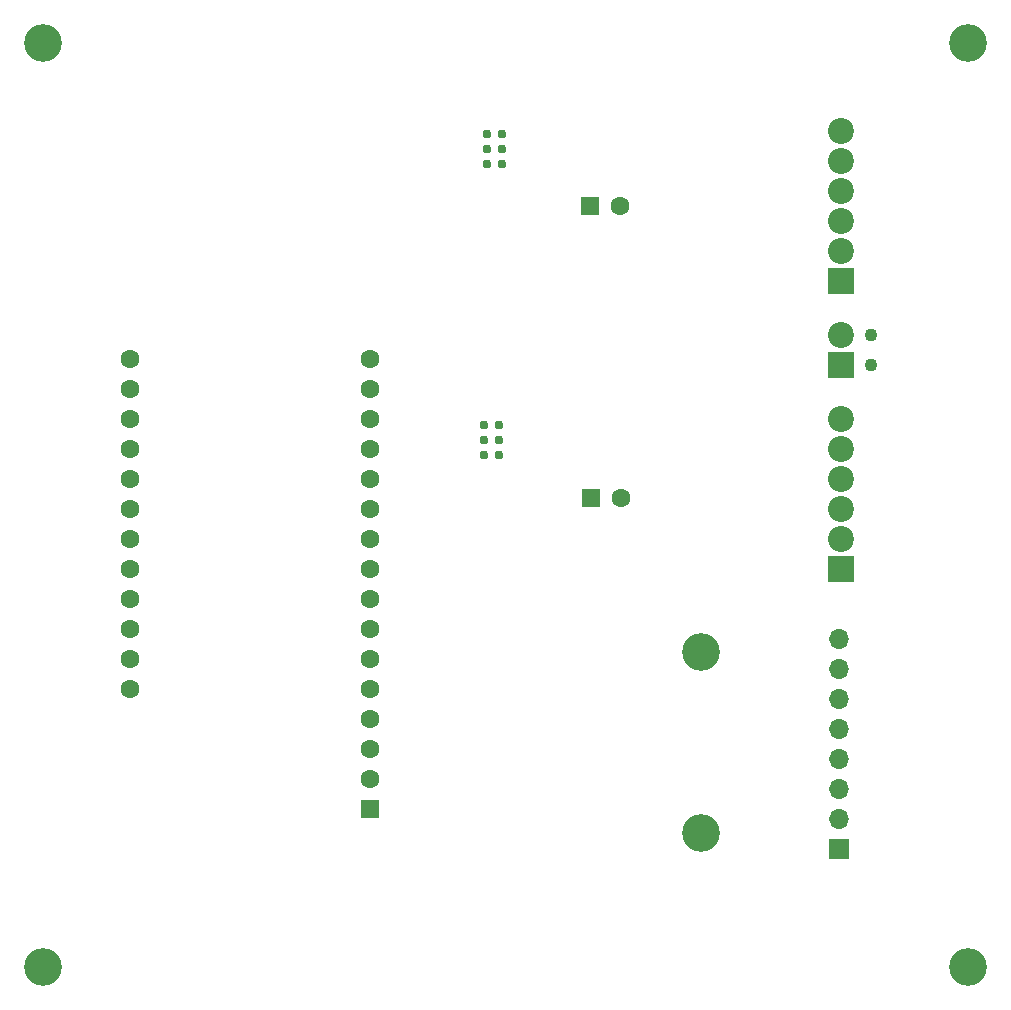
<source format=gbs>
%TF.GenerationSoftware,KiCad,Pcbnew,7.0.7*%
%TF.CreationDate,2023-11-09T13:19:11-08:00*%
%TF.ProjectId,Balance_Bot,42616c61-6e63-4655-9f42-6f742e6b6963,rev?*%
%TF.SameCoordinates,Original*%
%TF.FileFunction,Soldermask,Bot*%
%TF.FilePolarity,Negative*%
%FSLAX46Y46*%
G04 Gerber Fmt 4.6, Leading zero omitted, Abs format (unit mm)*
G04 Created by KiCad (PCBNEW 7.0.7) date 2023-11-09 13:19:11*
%MOMM*%
%LPD*%
G01*
G04 APERTURE LIST*
%ADD10C,3.200000*%
%ADD11C,0.770000*%
%ADD12R,1.600000X1.600000*%
%ADD13C,1.600000*%
%ADD14C,2.200000*%
%ADD15R,2.200000X2.200000*%
%ADD16C,1.100000*%
%ADD17R,1.700000X1.700000*%
%ADD18O,1.700000X1.700000*%
G04 APERTURE END LIST*
D10*
%TO.C,H6*%
X178600000Y-116050000D03*
%TD*%
%TO.C,H5*%
X178600000Y-131350000D03*
%TD*%
%TO.C,H4*%
X122919000Y-142686000D03*
%TD*%
D11*
%TO.C,U2*%
X161798000Y-74736000D03*
X161798000Y-73436000D03*
X161798000Y-72136000D03*
X160498000Y-74736000D03*
X160498000Y-73436000D03*
X160498000Y-72136000D03*
%TD*%
D12*
%TO.C,C7*%
X169251621Y-78232000D03*
D13*
X171751621Y-78232000D03*
%TD*%
D10*
%TO.C,H3*%
X201249000Y-142686000D03*
%TD*%
D14*
%TO.C,J3*%
X190500000Y-89154000D03*
D15*
X190500000Y-91694000D03*
D16*
X193040000Y-89154000D03*
X193040000Y-91694000D03*
%TD*%
D17*
%TO.C,J4*%
X190350000Y-132674469D03*
D18*
X190350000Y-130134469D03*
X190350000Y-127594469D03*
X190350000Y-125054469D03*
X190350000Y-122514469D03*
X190350000Y-119974469D03*
X190350000Y-117434469D03*
X190350000Y-114894469D03*
%TD*%
D15*
%TO.C,J1*%
X190500000Y-84582000D03*
D14*
X190500000Y-82042000D03*
X190500000Y-79502000D03*
X190500000Y-76962000D03*
X190500000Y-74422000D03*
X190500000Y-71882000D03*
%TD*%
D10*
%TO.C,H2*%
X201249000Y-64446000D03*
%TD*%
D12*
%TO.C,C9*%
X169317621Y-103000000D03*
D13*
X171817621Y-103000000D03*
%TD*%
D11*
%TO.C,U4*%
X161544000Y-99374000D03*
X161544000Y-98074000D03*
X161544000Y-96774000D03*
X160244000Y-99374000D03*
X160244000Y-98074000D03*
X160244000Y-96774000D03*
%TD*%
D15*
%TO.C,J2*%
X190500000Y-108966000D03*
D14*
X190500000Y-106426000D03*
X190500000Y-103886000D03*
X190500000Y-101346000D03*
X190500000Y-98806000D03*
X190500000Y-96266000D03*
%TD*%
D10*
%TO.C,H1*%
X122919000Y-64446000D03*
%TD*%
D12*
%TO.C,A1*%
X150622000Y-129286000D03*
D13*
X150622000Y-126746000D03*
X150622000Y-124206000D03*
X150622000Y-121666000D03*
X150622000Y-119126000D03*
X150622000Y-116586000D03*
X150622000Y-114046000D03*
X150622000Y-111506000D03*
X150622000Y-108966000D03*
X150622000Y-106426000D03*
X150622000Y-103886000D03*
X150622000Y-101346000D03*
X150622000Y-98806000D03*
X150622000Y-96266000D03*
X150622000Y-93726000D03*
X150622000Y-91186000D03*
X130302000Y-91186000D03*
X130302000Y-93726000D03*
X130302000Y-96266000D03*
X130302000Y-98806000D03*
X130302000Y-101346000D03*
X130302000Y-103886000D03*
X130302000Y-106426000D03*
X130302000Y-108966000D03*
X130302000Y-111506000D03*
X130302000Y-114046000D03*
X130302000Y-116586000D03*
X130302000Y-119126000D03*
%TD*%
M02*

</source>
